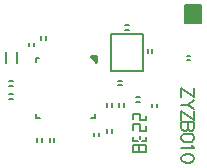
<source format=gto>
G04*
G04 #@! TF.GenerationSoftware,Altium Limited,Altium Designer,21.0.3 (12)*
G04*
G04 Layer_Color=65535*
%FSLAX24Y24*%
%MOIN*%
G70*
G04*
G04 #@! TF.SameCoordinates,1E16EE85-DA87-49D5-AC5D-84A0441416AD*
G04*
G04*
G04 #@! TF.FilePolarity,Positive*
G04*
G01*
G75*
%ADD10C,0.0070*%
%ADD11C,0.0060*%
%ADD12C,0.0090*%
%ADD13C,0.0080*%
%ADD14R,0.0540X0.0605*%
D10*
X7245Y6175D02*
Y6780D01*
X7785D01*
Y6175D02*
Y6780D01*
X7245Y6175D02*
X7785D01*
X4765Y4560D02*
Y5815D01*
X5845D01*
Y4560D02*
Y5815D01*
X4765Y4560D02*
X5845D01*
X4235Y3015D02*
Y3145D01*
X4110Y3015D02*
X4235D01*
X2270Y3020D02*
X2405D01*
X2270D02*
Y3145D01*
X2275Y4875D02*
Y4995D01*
X2390D01*
X5960Y2945D02*
Y3090D01*
X5745Y2945D02*
X5960D01*
X5745D02*
Y3155D01*
X5515D02*
X5745D01*
X5515Y2970D02*
Y3155D01*
X5955Y2590D02*
Y2735D01*
X5740Y2590D02*
X5955D01*
X5740D02*
Y2800D01*
X5510D02*
X5740D01*
X5510Y2615D02*
Y2800D01*
X5505Y2240D02*
Y2390D01*
Y2240D02*
X5680D01*
X5735Y2300D02*
Y2395D01*
X5800Y2240D02*
X5955D01*
Y2390D01*
X5500Y1885D02*
Y2045D01*
Y1885D02*
X5955D01*
Y2100D01*
X5500D02*
X5955D01*
X5500Y2045D02*
Y2100D01*
X5725Y1885D02*
Y2100D01*
D11*
X1390Y4240D02*
X1510D01*
X1390Y4085D02*
X1510D01*
X1275Y4855D02*
Y5225D01*
X1640Y4855D02*
Y5225D01*
X1390Y3810D02*
X1510D01*
X1390Y3655D02*
X1510D01*
X2060Y5405D02*
Y5525D01*
X2215Y5405D02*
Y5525D01*
X2455Y5610D02*
Y5730D01*
X2610Y5610D02*
Y5730D01*
X2320Y2220D02*
Y2340D01*
X2475Y2220D02*
Y2340D01*
X2735Y2210D02*
Y2330D01*
X2890Y2210D02*
Y2330D01*
X4210Y2400D02*
Y2520D01*
X4365Y2400D02*
Y2520D01*
X4655D02*
Y2640D01*
X4810Y2520D02*
Y2640D01*
X4660Y3375D02*
Y3495D01*
X4815Y3375D02*
Y3495D01*
X5050Y3375D02*
Y3495D01*
X5205Y3375D02*
Y3495D01*
X5630Y3705D02*
X5750D01*
X5630Y3550D02*
X5750D01*
X6150Y3370D02*
Y3490D01*
X6305Y3370D02*
Y3490D01*
X5025Y4255D02*
X5145D01*
X5025Y4100D02*
X5145D01*
X7310Y5090D02*
X7430D01*
X7310Y4935D02*
X7430D01*
X6000Y5185D02*
Y5305D01*
X6155Y5185D02*
Y5305D01*
X5260Y6100D02*
X5380D01*
X5260Y5945D02*
X5380D01*
D12*
X4225Y5060D02*
X4295Y4865D01*
X4100Y5060D02*
X4295Y4865D01*
X4100Y5060D02*
X4295D01*
Y4865D02*
Y5060D01*
D13*
X7549Y3713D02*
X7125Y3995D01*
X7549D02*
Y3713D01*
X7125Y3995D02*
Y3713D01*
X7549Y3618D02*
X7347Y3456D01*
X7125D01*
X7549Y3295D02*
X7347Y3456D01*
X7549Y2958D02*
X7125Y3241D01*
X7549D02*
Y2958D01*
X7125Y3241D02*
Y2958D01*
X7549Y2863D02*
X7125D01*
X7549D02*
Y2682D01*
X7528Y2621D01*
X7508Y2601D01*
X7468Y2581D01*
X7428D01*
X7387Y2601D01*
X7367Y2621D01*
X7347Y2682D01*
Y2863D02*
Y2682D01*
X7327Y2621D01*
X7307Y2601D01*
X7266Y2581D01*
X7206D01*
X7165Y2601D01*
X7145Y2621D01*
X7125Y2682D01*
Y2863D01*
X7549Y2365D02*
X7528Y2426D01*
X7468Y2466D01*
X7367Y2486D01*
X7307D01*
X7206Y2466D01*
X7145Y2426D01*
X7125Y2365D01*
Y2325D01*
X7145Y2264D01*
X7206Y2224D01*
X7307Y2204D01*
X7367D01*
X7468Y2224D01*
X7528Y2264D01*
X7549Y2325D01*
Y2365D01*
X7468Y2109D02*
X7488Y2069D01*
X7549Y2008D01*
X7125D01*
X7549Y1677D02*
X7528Y1738D01*
X7468Y1778D01*
X7367Y1798D01*
X7307D01*
X7206Y1778D01*
X7145Y1738D01*
X7125Y1677D01*
Y1637D01*
X7145Y1576D01*
X7206Y1536D01*
X7307Y1516D01*
X7367D01*
X7468Y1536D01*
X7528Y1576D01*
X7549Y1637D01*
Y1677D01*
D14*
X7515Y6478D02*
D03*
M02*

</source>
